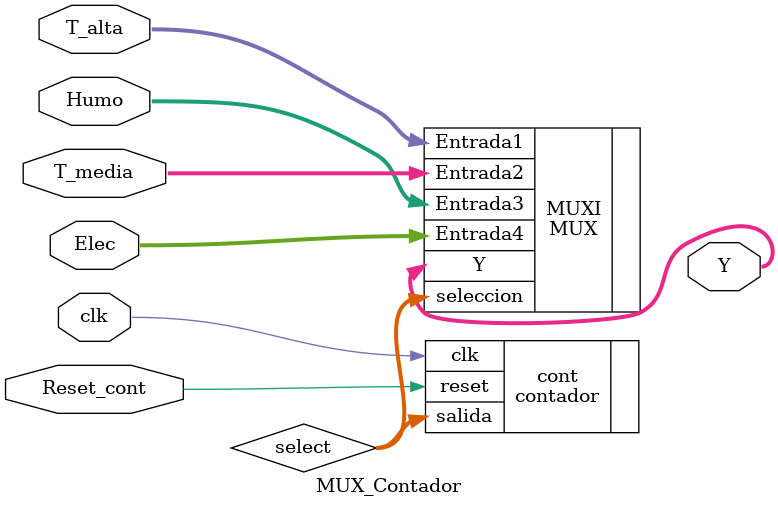
<source format=v>
`timescale 1ns / 1ps
module MUX_Contador(
    input [10:0] T_alta,
    input [10:0] T_media,
    input [10:0] Humo,
    input [10:0] Elec,
    input Reset_cont,
    input clk,
    output [10:0] Y
    );
wire [1:0] select;
// Instantiate the module
contador cont (.clk(clk), .reset(Reset_cont), .salida(select));



// Instantiate the module
MUX MUXI (.seleccion(select), .Entrada1(T_alta), .Entrada2(T_media), .Entrada3(Humo), .Entrada4(Elec), .Y(Y));



endmodule

</source>
